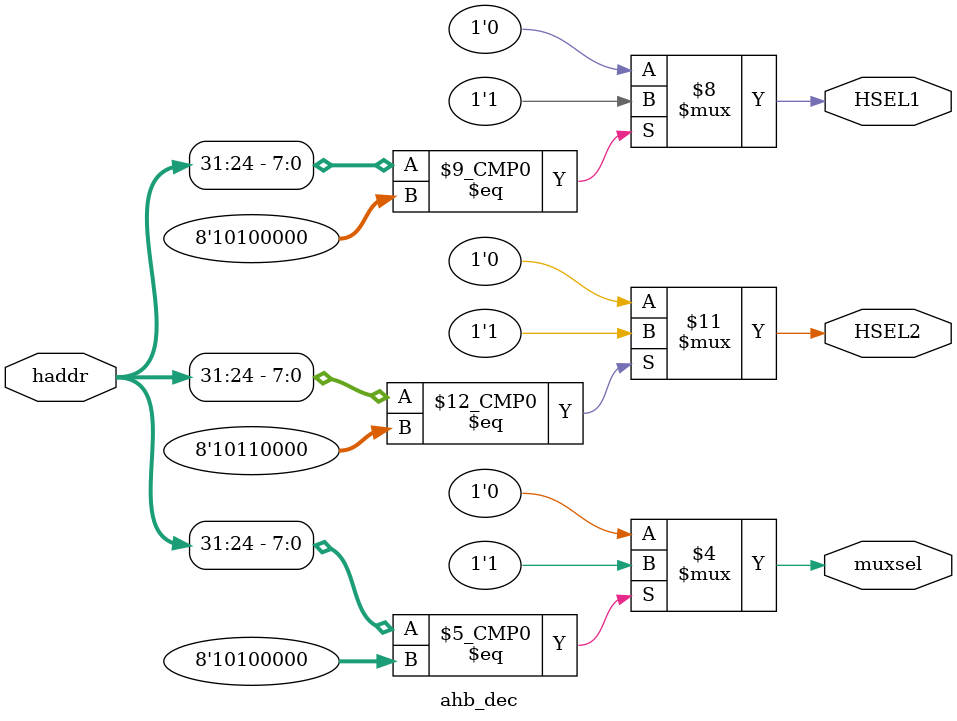
<source format=sv>
/*module ahb_dec (
    input  logic [31:0] haddr,
    output logic        HSEL1,
    output logic        HSEL2,
    output logic        muxsel
);

always_comb begin
    HSEL1  = 1'b0;
    HSEL2  = 1'b0;
    muxsel = 1'b0;

    case (haddr[31:24])
        8'hA0: begin // ROM
            HSEL1  = 1'b1;
            muxsel = 1'b1;
        end
        8'hB0: begin // RAM
            HSEL2  = 1'b1;
            muxsel = 1'b0;
        end
        default: begin
            HSEL1  = 1'b0;
            HSEL2  = 1'b0;
            muxsel = 1'b0;
        end
    endcase
end

endmodule*/

module ahb_dec (
    input  logic [31:0] haddr,
    output logic        HSEL1,
    output logic        HSEL2,
    output logic        muxsel
);

always_comb begin
    HSEL1  = 1'b0;
    HSEL2  = 1'b0;
    muxsel = 1'b0;

    case (haddr[31:24])
        8'hA0: begin // ROM
            HSEL1  = 1'b1;
            muxsel = 1'b1;
        end
        8'hB0: begin // RAM
            HSEL2  = 1'b1;
            muxsel = 1'b0;
        end
        default: begin
            HSEL1  = 1'b0;
            HSEL2  = 1'b0;
            muxsel = 1'b0;
        end
    endcase
end

endmodule

</source>
